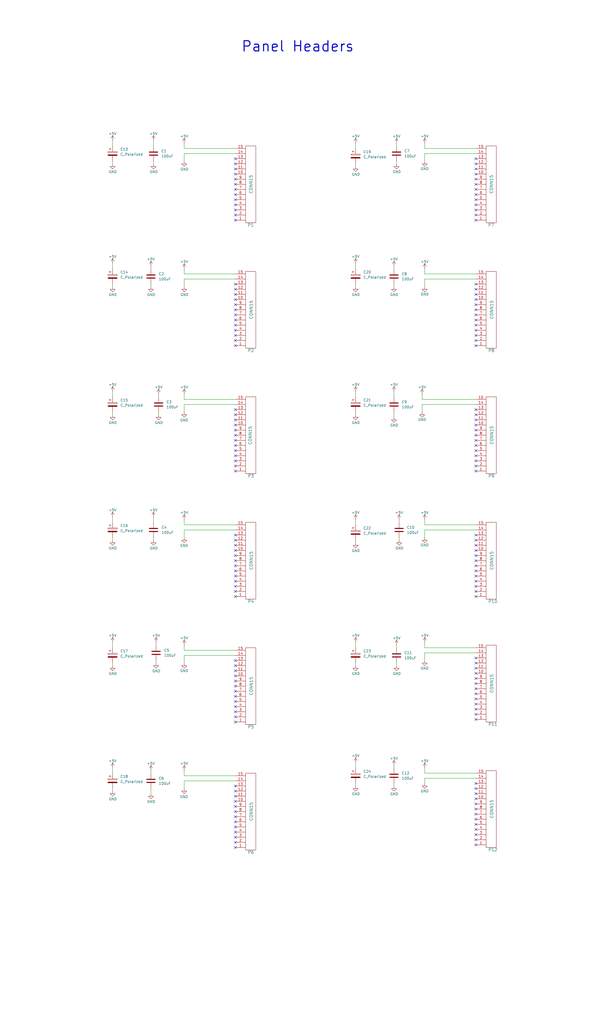
<source format=kicad_sch>
(kicad_sch (version 20231120) (generator "eeschema") (generator_version "8.0")
  (paper "User" 304.8 508)
  (title_block (title "12-12 Teensy G4.1 Arena Top Modular LED Display") (date "2024-12-23") (rev "v0.3") (company "IORodeo for Reiserlab @ Janelia"))
  (lib_symbols
    (symbol "Device:C" (pin_numbers hide) (pin_names (offset 0.254))
      (property "Reference" "C" (at 0.635 2.54 0))
      (property "Value" "C" (at 0.635 -2.54 0))
      (symbol "C_0_1"
        (polyline (pts (xy -2.032 -0.762) (xy 2.032 -0.762)) (stroke (width 0.508)))
        (polyline (pts (xy -2.032 0.762) (xy 2.032 0.762)) (stroke (width 0.508)))
      )
      (symbol "C_1_1"
        (pin passive line (at 0 3.81 270) (length 2.794) (name "~") (number "1"))
        (pin passive line (at 0 -3.81 90) (length 2.794) (name "~") (number "2"))
      )
    )
    (symbol "Device:C_Polarized" (pin_numbers hide) (pin_names (offset 0.254))
      (property "Reference" "C" (at 0.635 2.54 0))
      (property "Value" "C_Polarized" (at 0.635 -2.54 0))
      (symbol "C_Polarized_0_1"
        (rectangle (start -2.286 0.508) (end 2.286 1.016))
        (polyline (pts (xy -1.778 2.286) (xy -0.762 2.286)))
        (polyline (pts (xy -1.27 2.794) (xy -1.27 1.778)))
        (rectangle (start 2.286 -0.508) (end -2.286 -1.016) (fill (type outline)))
      )
      (symbol "C_Polarized_1_1"
        (pin passive line (at 0 3.81 270) (length 2.794) (name "~") (number "1"))
        (pin passive line (at 0 -3.81 90) (length 2.794) (name "~") (number "2"))
      )
    )
    (symbol "arena_custom:CONN15" (pin_names (offset 1.016))
      (property "Reference" "P" (at -17.78 6.35 0))
      (property "Value" "CONN15" (at 13.97 6.35 0))
      (symbol "CONN15_0_1"
        (rectangle (start -19.05 5.08) (end 19.05 0))
      )
      (symbol "CONN15_1_1"
        (pin passive line (at -17.78 -5.08 90) (length 5.08) (name "~") (number "1"))
        (pin passive line (at 5.08 -5.08 90) (length 5.08) (name "~") (number "10"))
        (pin passive line (at 7.62 -5.08 90) (length 5.08) (name "~") (number "11"))
        (pin passive line (at 10.16 -5.08 90) (length 5.08) (name "~") (number "12"))
        (pin passive line (at 12.7 -5.08 90) (length 5.08) (name "~") (number "13"))
        (pin passive line (at 15.24 -5.08 90) (length 5.08) (name "~") (number "14"))
        (pin passive line (at 17.78 -5.08 90) (length 5.08) (name "~") (number "15"))
        (pin passive line (at -15.24 -5.08 90) (length 5.08) (name "~") (number "2"))
        (pin passive line (at -12.7 -5.08 90) (length 5.08) (name "~") (number "3"))
        (pin passive line (at -10.16 -5.08 90) (length 5.08) (name "~") (number "4"))
        (pin passive line (at -7.62 -5.08 90) (length 5.08) (name "~") (number "5"))
        (pin passive line (at -5.08 -5.08 90) (length 5.08) (name "~") (number "6"))
        (pin passive line (at -2.54 -5.08 90) (length 5.08) (name "~") (number "7"))
        (pin passive line (at 0 -5.08 90) (length 5.08) (name "~") (number "8"))
        (pin passive line (at 2.54 -5.08 90) (length 5.08) (name "~") (number "9"))
      )
    )
    (symbol "power:+5V" (power) (pin_names (offset 0))
      (property "Value" "+5V" (at 0 3.556 0))
      (symbol "+5V_0_1"
        (polyline (pts (xy -0.762 1.27) (xy 0 2.54)))
        (polyline (pts (xy 0 0) (xy 0 2.54)))
        (polyline (pts (xy 0 2.54) (xy 0.762 1.27)))
      )
      (symbol "+5V_1_1"
        (pin power_in line (at 0 0 90) (length 0) hide (name "+5V") (number "1"))
      )
    )
    (symbol "power:GND" (power) (pin_names (offset 0))
      (property "Value" "GND" (at 0 -3.81 0))
      (symbol "GND_0_1"
        (polyline (pts (xy 0 0) (xy 0 -1.27) (xy 1.27 -1.27) (xy 0 -2.54) (xy -1.27 -1.27) (xy 0 -1.27)))
      )
      (symbol "GND_1_1"
        (pin power_in line (at 0 0 270) (length 0) hide (name "GND") (number "1"))
      )
    )
  )
  (bus_alias "PAN3V" (members "RESET" "SCK_0" "MOSI_0" "MISO_0" "SCK_1" "MOSI_1" "MISO_1" "CS_00" "CS_01" "CS_02" "CS_03" "CS_04" "CS_05" "CS_06" "CS_07" "CS_08" "CS_09" "CS_10" "CS_11" "CS_12" "CS_13" "CS_14" "CS_15" "CS_16" "CS_17" "CS_18" "CS_19" "CS_20" "CS_21" "CS_22" "CS_23" "CS_24" "CS_25" "CS_26" "CS_27" "CS_28" "CS_29" "EXT_INT"))
  (bus_alias "PAN5V" (members "SCK_0_P1" "SCK_0_P2" "SCK_0_P3" "SCK_0_P4" "SCK_0_P5" "SCK_0_P5" "SCK_0_P6" "MOSI_0_P1" "MOSI_0_P2" "MOSI_0_P3" "MOSI_0_P4" "MOSI_0_P5" "MOSI_0_P6" "SCK_1_P7" "SCK_1_P8" "SCK_1_P9" "SCK_1_P10" "SCK_1_P11" "SCK_1_P12" "MOSI_1_P7" "MOSI_1_P8" "MOSI_1_P9" "MOSI_1_P10" "MOSI_1_P11" "MOSI_1_P12" "CS_00_P1" "CS_00_P7" "CS_01_P1" "CS_01_P7" "CS_02_P1" "CS_02_P7" "CS_03_P1" "CS_03_P7" "CS_04_P1" "CS_04_P7" "CS_05_P2" "CS_05_P8" "CS_06_P2" "CS_06_P8" "CS_07_P2" "CS_07_P8" "CS_08_P2" "CS_08_P8" "CS_09_P2" "CS_09_P8" "CS_10_P3" "CS_10_P9" "CS_11_P3" "CS_11_P9" "CS_12_P3" "CS_12_P9" "CS_13_P3" "CS_13_P9" "CS_14_P3" "CS_14_P9" "CS_15_P4" "CS_15_P10" "CS_16_P4" "CS_16_P10" "CS_17_P4" "CS_17_P10" "CS_18_P4" "CS_18_P10" "CS_19_P4" "CS_19_P10" "CS_20_P5" "CS_20_P11" "CS_21_P5" "CS_21_P11" "CS_22_P5" "CS_22_P11" "CS_23_P5" "CS_23_P11" "CS_24_P5" "CS_24_P11" "CS_25_P6" "CS_25_P12" "CS_26_P6" "CS_26_P12" "CS_27_P6" "CS_27_P12" "CS_28_P6" "CS_28_P12" "CS_29_P6" "CS_29_P12" "MISO_0" "MISO_1" "RESET" "EXT_INT"))
  (no_connect (at 236.22 208.28))
  (no_connect (at 116.84 140.97))
  (no_connect (at 236.22 267.97))
  (no_connect (at 116.84 78.74))
  (no_connect (at 116.84 101.6))
  (no_connect (at 116.84 358.14))
  (no_connect (at 236.22 153.67))
  (no_connect (at 236.22 393.7))
  (no_connect (at 236.22 403.86))
  (no_connect (at 116.84 389.89))
  (no_connect (at 116.84 267.97))
  (no_connect (at 236.22 326.39))
  (no_connect (at 116.84 412.75))
  (no_connect (at 116.84 153.67))
  (no_connect (at 236.22 354.33))
  (no_connect (at 236.22 93.98))
  (no_connect (at 236.22 109.22))
  (no_connect (at 236.22 213.36))
  (no_connect (at 116.84 148.59))
  (no_connect (at 116.84 273.05))
  (no_connect (at 116.84 213.36))
  (no_connect (at 116.84 392.43))
  (no_connect (at 116.84 96.52))
  (no_connect (at 116.84 106.68))
  (no_connect (at 236.22 163.83))
  (no_connect (at 116.84 283.21))
  (no_connect (at 236.22 215.9))
  (no_connect (at 236.22 280.67))
  (no_connect (at 236.22 143.51))
  (no_connect (at 116.84 275.59))
  (no_connect (at 236.22 166.37))
  (no_connect (at 116.84 353.06))
  (no_connect (at 236.22 346.71))
  (no_connect (at 116.84 158.75))
  (no_connect (at 236.22 293.37))
  (no_connect (at 116.84 143.51))
  (no_connect (at 116.84 171.45))
  (no_connect (at 116.84 290.83))
  (no_connect (at 236.22 275.59))
  (no_connect (at 116.84 91.44))
  (no_connect (at 236.22 88.9))
  (no_connect (at 116.84 265.43))
  (no_connect (at 236.22 78.74))
  (no_connect (at 116.84 231.14))
  (no_connect (at 116.84 228.6))
  (no_connect (at 116.84 86.36))
  (no_connect (at 116.84 203.2))
  (no_connect (at 116.84 280.67))
  (no_connect (at 116.84 109.22))
  (no_connect (at 116.84 270.51))
  (no_connect (at 236.22 265.43))
  (no_connect (at 236.22 210.82))
  (no_connect (at 116.84 93.98))
  (no_connect (at 116.84 210.82))
  (no_connect (at 116.84 394.97))
  (no_connect (at 236.22 148.59))
  (no_connect (at 116.84 146.05))
  (no_connect (at 116.84 350.52))
  (no_connect (at 116.84 168.91))
  (no_connect (at 236.22 388.62))
  (no_connect (at 236.22 414.02))
  (no_connect (at 116.84 226.06))
  (no_connect (at 236.22 290.83))
  (no_connect (at 116.84 99.06))
  (no_connect (at 236.22 146.05))
  (no_connect (at 236.22 96.52))
  (no_connect (at 236.22 99.06))
  (no_connect (at 116.84 278.13))
  (no_connect (at 236.22 356.87))
  (no_connect (at 116.84 288.29))
  (no_connect (at 236.22 288.29))
  (no_connect (at 116.84 340.36))
  (no_connect (at 116.84 295.91))
  (no_connect (at 116.84 208.28))
  (no_connect (at 236.22 83.82))
  (no_connect (at 116.84 327.66))
  (no_connect (at 236.22 231.14))
  (no_connect (at 236.22 158.75))
  (no_connect (at 236.22 273.05))
  (no_connect (at 236.22 398.78))
  (no_connect (at 236.22 411.48))
  (no_connect (at 116.84 81.28))
  (no_connect (at 116.84 83.82))
  (no_connect (at 116.84 420.37))
  (no_connect (at 116.84 400.05))
  (no_connect (at 236.22 331.47))
  (no_connect (at 236.22 205.74))
  (no_connect (at 236.22 328.93))
  (no_connect (at 236.22 140.97))
  (no_connect (at 116.84 104.14))
  (no_connect (at 116.84 205.74))
  (no_connect (at 236.22 104.14))
  (no_connect (at 236.22 295.91))
  (no_connect (at 116.84 163.83))
  (no_connect (at 236.22 334.01))
  (no_connect (at 116.84 293.37))
  (no_connect (at 116.84 397.51))
  (no_connect (at 236.22 416.56))
  (no_connect (at 236.22 171.45))
  (no_connect (at 236.22 339.09))
  (no_connect (at 116.84 345.44))
  (no_connect (at 236.22 203.2))
  (no_connect (at 236.22 161.29))
  (no_connect (at 236.22 401.32))
  (no_connect (at 116.84 405.13))
  (no_connect (at 116.84 347.98))
  (no_connect (at 236.22 106.68))
  (no_connect (at 236.22 226.06))
  (no_connect (at 116.84 332.74))
  (no_connect (at 116.84 335.28))
  (no_connect (at 116.84 415.29))
  (no_connect (at 236.22 408.94))
  (no_connect (at 116.84 161.29))
  (no_connect (at 116.84 330.2))
  (no_connect (at 236.22 419.1))
  (no_connect (at 236.22 396.24))
  (no_connect (at 236.22 86.36))
  (no_connect (at 236.22 391.16))
  (no_connect (at 116.84 220.98))
  (no_connect (at 236.22 228.6))
  (no_connect (at 236.22 233.68))
  (no_connect (at 116.84 223.52))
  (no_connect (at 236.22 218.44))
  (no_connect (at 236.22 220.98))
  (no_connect (at 116.84 285.75))
  (no_connect (at 116.84 410.21))
  (no_connect (at 236.22 351.79))
  (no_connect (at 116.84 218.44))
  (no_connect (at 236.22 101.6))
  (no_connect (at 116.84 407.67))
  (no_connect (at 116.84 337.82))
  (no_connect (at 236.22 151.13))
  (no_connect (at 236.22 336.55))
  (no_connect (at 116.84 156.21))
  (no_connect (at 236.22 349.25))
  (no_connect (at 116.84 417.83))
  (no_connect (at 116.84 233.68))
  (no_connect (at 236.22 406.4))
  (no_connect (at 236.22 223.52))
  (no_connect (at 116.84 215.9))
  (no_connect (at 116.84 342.9))
  (no_connect (at 116.84 151.13))
  (no_connect (at 116.84 402.59))
  (no_connect (at 236.22 91.44))
  (no_connect (at 236.22 278.13))
  (no_connect (at 236.22 341.63))
  (no_connect (at 236.22 283.21))
  (no_connect (at 116.84 166.37))
  (no_connect (at 236.22 156.21))
  (no_connect (at 236.22 81.28))
  (no_connect (at 116.84 88.9))
  (no_connect (at 236.22 168.91))
  (no_connect (at 236.22 344.17))
  (no_connect (at 236.22 270.51))
  (no_connect (at 236.22 285.75))
  (no_connect (at 116.84 355.6))
  (wire (pts (xy 198.12 257.81) (xy 198.12 259.08)))
  (wire (pts (xy 176.53 257.81) (xy 176.53 260.35)))
  (wire (pts (xy 210.82 386.08) (xy 236.22 386.08)))
  (wire (pts (xy 91.44 384.81) (xy 116.84 384.81)))
  (wire (pts (xy 210.82 323.85) (xy 210.82 327.66)))
  (wire (pts (xy 91.44 195.58) (xy 91.44 198.12)))
  (wire (pts (xy 195.58 142.24) (xy 195.58 140.97)))
  (wire (pts (xy 91.44 325.12) (xy 91.44 328.93)))
  (wire (pts (xy 91.44 262.89) (xy 91.44 266.7)))
  (wire (pts (xy 55.88 381) (xy 55.88 383.54)))
  (wire (pts (xy 91.44 198.12) (xy 116.84 198.12)))
  (wire (pts (xy 55.88 318.77) (xy 55.88 321.31)))
  (wire (pts (xy 91.44 322.58) (xy 116.84 322.58)))
  (wire (pts (xy 91.44 320.04) (xy 91.44 322.58)))
  (wire (pts (xy 91.44 387.35) (xy 116.84 387.35)))
  (wire (pts (xy 176.53 130.81) (xy 176.53 133.35)))
  (wire (pts (xy 196.85 320.04) (xy 196.85 321.31)))
  (wire (pts (xy 209.55 195.58) (xy 209.55 198.12)))
  (wire (pts (xy 76.2 80.01) (xy 76.2 81.28)))
  (wire (pts (xy 209.55 200.66) (xy 209.55 204.47)))
  (wire (pts (xy 91.44 382.27) (xy 91.44 384.81)))
  (wire (pts (xy 91.44 260.35) (xy 116.84 260.35)))
  (wire (pts (xy 55.88 328.93) (xy 55.88 330.2)))
  (wire (pts (xy 91.44 133.35) (xy 91.44 135.89)))
  (wire (pts (xy 176.53 388.62) (xy 176.53 389.89)))
  (wire (pts (xy 196.85 80.01) (xy 196.85 81.28)))
  (wire (pts (xy 55.88 130.81) (xy 55.88 133.35)))
  (wire (pts (xy 210.82 71.12) (xy 210.82 73.66)))
  (wire (pts (xy 91.44 200.66) (xy 116.84 200.66)))
  (wire (pts (xy 74.93 391.16) (xy 74.93 393.7)))
  (wire (pts (xy 176.53 318.77) (xy 176.53 321.31)))
  (wire (pts (xy 76.2 69.85) (xy 76.2 72.39)))
  (polyline (pts (xy 202.057 388.366) (xy 202.057 388.493)))
  (wire (pts (xy 176.53 81.28) (xy 176.53 82.55)))
  (wire (pts (xy 198.12 266.7) (xy 198.12 267.97)))
  (wire (pts (xy 196.85 328.93) (xy 196.85 330.2)))
  (wire (pts (xy 195.58 379.73) (xy 195.58 381)))
  (wire (pts (xy 55.88 140.97) (xy 55.88 142.24)))
  (wire (pts (xy 74.93 382.27) (xy 74.93 383.54)))
  (wire (pts (xy 210.82 138.43) (xy 236.22 138.43)))
  (wire (pts (xy 210.82 257.81) (xy 210.82 260.35)))
  (wire (pts (xy 210.82 73.66) (xy 236.22 73.66)))
  (wire (pts (xy 91.44 73.66) (xy 116.84 73.66)))
  (wire (pts (xy 176.53 71.12) (xy 176.53 73.66)))
  (wire (pts (xy 91.44 262.89) (xy 116.84 262.89)))
  (wire (pts (xy 209.55 200.66) (xy 236.22 200.66)))
  (wire (pts (xy 78.74 195.58) (xy 78.74 196.85)))
  (wire (pts (xy 210.82 321.31) (xy 236.22 321.31)))
  (wire (pts (xy 210.82 260.35) (xy 236.22 260.35)))
  (wire (pts (xy 91.44 138.43) (xy 116.84 138.43)))
  (wire (pts (xy 55.88 266.7) (xy 55.88 267.97)))
  (wire (pts (xy 210.82 386.08) (xy 210.82 388.62)))
  (wire (pts (xy 210.82 262.89) (xy 210.82 266.7)))
  (wire (pts (xy 78.74 204.47) (xy 78.74 205.74)))
  (wire (pts (xy 210.82 262.89) (xy 236.22 262.89)))
  (wire (pts (xy 77.47 318.77) (xy 77.47 320.04)))
  (wire (pts (xy 55.88 256.54) (xy 55.88 259.08)))
  (wire (pts (xy 209.55 198.12) (xy 236.22 198.12)))
  (wire (pts (xy 91.44 257.81) (xy 91.44 260.35)))
  (wire (pts (xy 210.82 76.2) (xy 210.82 80.01)))
  (wire (pts (xy 210.82 323.85) (xy 236.22 323.85)))
  (wire (pts (xy 55.88 80.01) (xy 55.88 81.28)))
  (wire (pts (xy 176.53 267.97) (xy 176.53 269.24)))
  (wire (pts (xy 210.82 135.89) (xy 236.22 135.89)))
  (wire (pts (xy 210.82 383.54) (xy 236.22 383.54)))
  (wire (pts (xy 195.58 204.47) (xy 195.58 207.01)))
  (wire (pts (xy 74.93 132.08) (xy 74.93 133.35)))
  (wire (pts (xy 176.53 328.93) (xy 176.53 330.2)))
  (wire (pts (xy 195.58 194.31) (xy 195.58 196.85)))
  (wire (pts (xy 210.82 138.43) (xy 210.82 142.24)))
  (wire (pts (xy 91.44 387.35) (xy 91.44 391.16)))
  (wire (pts (xy 76.2 256.54) (xy 76.2 259.08)))
  (wire (pts (xy 91.44 200.66) (xy 91.44 204.47)))
  (wire (pts (xy 91.44 76.2) (xy 91.44 80.01)))
  (wire (pts (xy 210.82 318.77) (xy 210.82 321.31)))
  (wire (pts (xy 176.53 140.97) (xy 176.53 142.24)))
  (wire (pts (xy 91.44 76.2) (xy 116.84 76.2)))
  (wire (pts (xy 195.58 132.08) (xy 195.58 133.35)))
  (wire (pts (xy 210.82 133.35) (xy 210.82 135.89)))
  (wire (pts (xy 176.53 194.31) (xy 176.53 196.85)))
  (wire (pts (xy 91.44 138.43) (xy 91.44 142.24)))
  (wire (pts (xy 76.2 266.7) (xy 76.2 267.97)))
  (wire (pts (xy 210.82 76.2) (xy 236.22 76.2)))
  (wire (pts (xy 77.47 327.66) (xy 77.47 328.93)))
  (wire (pts (xy 74.93 140.97) (xy 74.93 142.24)))
  (wire (pts (xy 196.85 71.12) (xy 196.85 72.39)))
  (wire (pts (xy 210.82 381) (xy 210.82 383.54)))
  (wire (pts (xy 91.44 135.89) (xy 116.84 135.89)))
  (wire (pts (xy 91.44 325.12) (xy 116.84 325.12)))
  (wire (pts (xy 91.44 71.12) (xy 91.44 73.66)))
  (wire (pts (xy 55.88 194.31) (xy 55.88 196.85)))
  (wire (pts (xy 55.88 391.16) (xy 55.88 392.43)))
  (wire (pts (xy 55.88 204.47) (xy 55.88 205.74)))
  (wire (pts (xy 195.58 388.62) (xy 195.58 389.89)))
  (wire (pts (xy 55.88 69.85) (xy 55.88 72.39)))
  (wire (pts (xy 176.53 378.46) (xy 176.53 381)))
  (wire (pts (xy 176.53 204.47) (xy 176.53 205.74)))
  (text "Panel Headers" (at 119.634 26.162 0) (effects (font (size 5.08 5.08) (thickness 0.508) (bold yes)) (justify left bottom)))
  (symbol (lib_id "power:GND") (at 210.82 80.01 0) (unit 1)
    (property "Reference" "#PWR044" (effects (hide yes)))
    (property "Value" "GND" (at 210.82 83.693 0))
  )
  (symbol (lib_id "power:+5V") (at 91.44 382.27 0) (unit 1)
    (property "Reference" "#PWR038" (effects (hide yes)))
    (property "Value" "+5V" (at 91.44 378.714 0))
  )
  (symbol (lib_id "Device:C") (at 195.58 137.16 0) (unit 1)
    (property "Reference" "C8" (at 199.39 135.8899 0) (effects (justify left)))
    (property "Value" "100uF" (at 199.39 138.4299 0) (effects (justify left)))
    (property "Footprint" "Capacitor_SMD:C_1210_3225Metric" (effects (hide yes)))
    (property "Datasheet" "https://www.lcsc.com/datasheet/lcsc_datasheet_2403201122_Chinocera-HGC1210R5107M160NSVK_C7432790.pdf" (effects (hide yes)))
    (property "LCSC Part #" "C7432790" (effects (hide yes)))
    (property "MPN" "HGC1210R5107M160NSVK" (effects (hide yes)))
  )
  (symbol (lib_id "arena_custom:CONN15") (at 121.92 340.36 270) (mirror x) (unit 1)
    (property "Reference" "P5" (at 122.936 360.553 90) (effects (font (size 1.524 1.524)) (justify left)))
    (property "Value" "CONN15" (at 124.714 345.059 0) (effects (font (size 1.524 1.524)) (justify left)))
    (property "Footprint" "arena_custom:HEADER_TOP" (effects (hide yes)))
    (property "Datasheet" "https://www.lcsc.com/datasheet/lcsc_datasheet_2311221544_Megastar-ZX-PZ2-54-1-15PZZ_C7501269.pdf" (effects (hide yes)))
    (property "DigiKey PN" "S1011EC-40-ND" (effects (hide yes)))
    (property "LCSC Part #" "C7501269" (effects (hide yes)))
    (property "MPN" "PRPC040SAAN-RC" (effects (hide yes)))
  )
  (symbol (lib_id "power:+5V") (at 55.88 318.77 0) (unit 1)
    (property "Reference" "#PWR017" (effects (hide yes)))
    (property "Value" "+5V" (at 55.88 315.214 0))
  )
  (symbol (lib_id "Device:C_Polarized") (at 55.88 76.2 0) (unit 1)
    (property "Reference" "C13" (at 59.69 74.0409 0) (effects (justify left)))
    (property "Value" "C_Polarized" (at 59.69 76.5809 0) (effects (justify left)))
    (property "Footprint" "Capacitor_THT:CP_Radial_D8.0mm_P2.50mm" (effects (hide yes)))
    (property "Datasheet" "https://octopart.com/datasheet/16yxf100mefc6.3x11-rubycon-19941780" (effects (hide yes)))
    (property "Description" "Polarized capacitor" (effects (hide yes)))
    (property "DigiKey PN" "1189-1856-ND" (effects (hide yes)))
    (property "LCSC Part #" " C338173" (effects (hide yes)))
    (property "MPN" "16YXF100MEFC6.3X11" (effects (hide yes)))
  )
  (symbol (lib_id "power:GND") (at 91.44 142.24 0) (unit 1)
    (property "Reference" "#PWR051" (effects (hide yes)))
    (property "Value" "GND" (at 91.567 146.177 0))
  )
  (symbol (lib_id "power:GND") (at 74.93 393.7 0) (unit 1)
    (property "Reference" "#PWR090" (effects (hide yes)))
    (property "Value" "GND" (at 75.057 397.637 0))
  )
  (symbol (lib_id "Device:C_Polarized") (at 55.88 200.66 0) (unit 1)
    (property "Reference" "C15" (at 59.69 198.5009 0) (effects (justify left)))
    (property "Value" "C_Polarized" (at 59.69 201.0409 0) (effects (justify left)))
    (property "Footprint" "Capacitor_THT:CP_Radial_D8.0mm_P2.50mm" (effects (hide yes)))
    (property "Datasheet" "https://octopart.com/datasheet/16yxf100mefc6.3x11-rubycon-19941780" (effects (hide yes)))
    (property "Description" "Polarized capacitor" (effects (hide yes)))
    (property "DigiKey PN" "1189-1856-ND" (effects (hide yes)))
    (property "LCSC Part #" " C338173" (effects (hide yes)))
    (property "MPN" "16YXF100MEFC6.3X11" (effects (hide yes)))
  )
  (symbol (lib_id "power:+5V") (at 55.88 381 0) (unit 1)
    (property "Reference" "#PWR019" (effects (hide yes)))
    (property "Value" "+5V" (at 55.88 377.444 0))
  )
  (symbol (lib_id "Device:C") (at 198.12 262.89 0) (unit 1)
    (property "Reference" "C10" (at 201.93 261.6199 0) (effects (justify left)))
    (property "Value" "100uF" (at 201.93 264.1599 0) (effects (justify left)))
    (property "Footprint" "Capacitor_SMD:C_1210_3225Metric" (effects (hide yes)))
    (property "Datasheet" "https://www.lcsc.com/datasheet/lcsc_datasheet_2403201122_Chinocera-HGC1210R5107M160NSVK_C7432790.pdf" (effects (hide yes)))
    (property "LCSC Part #" "C7432790" (effects (hide yes)))
    (property "MPN" "HGC1210R5107M160NSVK" (effects (hide yes)))
  )
  (symbol (lib_id "power:GND") (at 195.58 142.24 0) (unit 1)
    (property "Reference" "#PWR094" (effects (hide yes)))
    (property "Value" "GND" (at 195.707 146.177 0))
  )
  (symbol (lib_id "Device:C") (at 76.2 76.2 0) (unit 1)
    (property "Reference" "C1" (at 80.01 74.9299 0) (effects (justify left)))
    (property "Value" "100uF" (at 80.01 77.4699 0) (effects (justify left)))
    (property "Footprint" "Capacitor_SMD:C_1210_3225Metric" (effects (hide yes)))
    (property "Datasheet" "https://www.lcsc.com/datasheet/lcsc_datasheet_2403201122_Chinocera-HGC1210R5107M160NSVK_C7432790.pdf" (effects (hide yes)))
    (property "LCSC Part #" "C7432790" (effects (hide yes)))
    (property "MPN" "HGC1210R5107M160NSVK" (effects (hide yes)))
  )
  (symbol (lib_id "power:+5V") (at 195.58 132.08 0) (unit 1)
    (property "Reference" "#PWR093" (effects (hide yes)))
    (property "Value" "+5V" (at 195.58 128.524 0))
  )
  (symbol (lib_id "power:+5V") (at 176.53 130.81 0) (unit 1)
    (property "Reference" "#PWR027" (effects (hide yes)))
    (property "Value" "+5V" (at 176.53 127.254 0))
  )
  (symbol (lib_id "power:GND") (at 196.85 81.28 0) (unit 1)
    (property "Reference" "#PWR092" (effects (hide yes)))
    (property "Value" "GND" (at 196.977 85.217 0))
  )
  (symbol (lib_id "Device:C_Polarized") (at 55.88 137.16 0) (unit 1)
    (property "Reference" "C14" (at 59.69 135.0009 0) (effects (justify left)))
    (property "Value" "C_Polarized" (at 59.69 137.5409 0) (effects (justify left)))
    (property "Footprint" "Capacitor_THT:CP_Radial_D8.0mm_P2.50mm" (effects (hide yes)))
    (property "Datasheet" "https://octopart.com/datasheet/16yxf100mefc6.3x11-rubycon-19941780" (effects (hide yes)))
    (property "Description" "Polarized capacitor" (effects (hide yes)))
    (property "DigiKey PN" "1189-1856-ND" (effects (hide yes)))
    (property "LCSC Part #" " C338173" (effects (hide yes)))
    (property "MPN" "16YXF100MEFC6.3X11" (effects (hide yes)))
  )
  (symbol (lib_id "Device:C_Polarized") (at 176.53 325.12 0) (unit 1)
    (property "Reference" "C23" (at 180.34 322.9609 0) (effects (justify left)))
    (property "Value" "C_Polarized" (at 180.34 325.5009 0) (effects (justify left)))
    (property "Footprint" "Capacitor_THT:CP_Radial_D8.0mm_P2.50mm" (effects (hide yes)))
    (property "Datasheet" "https://octopart.com/datasheet/16yxf100mefc6.3x11-rubycon-19941780" (effects (hide yes)))
    (property "Description" "Polarized capacitor" (effects (hide yes)))
    (property "DigiKey PN" "1189-1856-ND" (effects (hide yes)))
    (property "LCSC Part #" " C338173" (effects (hide yes)))
    (property "MPN" "16YXF100MEFC6.3X11" (effects (hide yes)))
  )
  (symbol (lib_id "power:GND") (at 91.44 391.16 0) (unit 1)
    (property "Reference" "#PWR059" (effects (hide yes)))
    (property "Value" "GND" (at 91.313 395.224 0))
  )
  (symbol (lib_id "arena_custom:CONN15") (at 121.92 278.13 270) (mirror x) (unit 1)
    (property "Reference" "P4" (at 122.936 298.323 90) (effects (font (size 1.524 1.524)) (justify left)))
    (property "Value" "CONN15" (at 124.714 282.829 0) (effects (font (size 1.524 1.524)) (justify left)))
    (property "Footprint" "arena_custom:HEADER_TOP" (effects (hide yes)))
    (property "Datasheet" "https://www.lcsc.com/datasheet/lcsc_datasheet_2311221544_Megastar-ZX-PZ2-54-1-15PZZ_C7501269.pdf" (effects (hide yes)))
    (property "DigiKey PN" "S1011EC-40-ND" (effects (hide yes)))
    (property "LCSC Part #" "C7501269" (effects (hide yes)))
    (property "MPN" "PRPC040SAAN-RC" (effects (hide yes)))
  )
  (symbol (lib_id "Device:C_Polarized") (at 176.53 77.47 0) (unit 1)
    (property "Reference" "C19" (at 180.34 75.3109 0) (effects (justify left)))
    (property "Value" "C_Polarized" (at 180.34 77.8509 0) (effects (justify left)))
    (property "Footprint" "Capacitor_THT:CP_Radial_D8.0mm_P2.50mm" (effects (hide yes)))
    (property "Datasheet" "https://octopart.com/datasheet/16yxf100mefc6.3x11-rubycon-19941780" (effects (hide yes)))
    (property "Description" "Polarized capacitor" (effects (hide yes)))
    (property "DigiKey PN" "1189-1856-ND" (effects (hide yes)))
    (property "LCSC Part #" " C338173" (effects (hide yes)))
    (property "MPN" "16YXF100MEFC6.3X11" (effects (hide yes)))
  )
  (symbol (lib_id "power:GND") (at 74.93 142.24 0) (unit 1)
    (property "Reference" "#PWR082" (effects (hide yes)))
    (property "Value" "GND" (at 75.057 146.177 0))
  )
  (symbol (lib_id "power:GND") (at 91.44 266.7 0) (unit 1)
    (property "Reference" "#PWR055" (effects (hide yes)))
    (property "Value" "GND" (at 91.44 270.637 0))
  )
  (symbol (lib_id "power:+5V") (at 210.82 381 0) (unit 1)
    (property "Reference" "#PWR058" (effects (hide yes)))
    (property "Value" "+5V" (at 210.82 377.444 0))
  )
  (symbol (lib_id "power:+5V") (at 91.44 71.12 0) (unit 1)
    (property "Reference" "#PWR02" (effects (hide yes)))
    (property "Value" "+5V" (at 91.44 67.564 0))
  )
  (symbol (lib_id "power:+5V") (at 210.82 71.12 0) (unit 1)
    (property "Reference" "#PWR078" (effects (hide yes)))
    (property "Value" "+5V" (at 210.82 67.564 0))
  )
  (symbol (lib_id "power:+5V") (at 77.47 318.77 0) (unit 1)
    (property "Reference" "#PWR087" (effects (hide yes)))
    (property "Value" "+5V" (at 77.47 315.214 0))
  )
  (symbol (lib_id "arena_custom:CONN15") (at 241.3 339.09 270) (mirror x) (unit 1)
    (property "Reference" "P11" (at 242.316 359.283 90) (effects (font (size 1.524 1.524)) (justify left)))
    (property "Value" "CONN15" (at 244.094 343.789 0) (effects (font (size 1.524 1.524)) (justify left)))
    (property "Footprint" "arena_custom:HEADER_TOP" (effects (hide yes)))
    (property "Datasheet" "https://www.lcsc.com/datasheet/lcsc_datasheet_2311221544_Megastar-ZX-PZ2-54-1-15PZZ_C7501269.pdf" (effects (hide yes)))
    (property "DigiKey PN" "S1011EC-40-ND" (effects (hide yes)))
    (property "LCSC Part #" "C7501269" (effects (hide yes)))
    (property "MPN" "PRPC040SAAN-RC" (effects (hide yes)))
  )
  (symbol (lib_id "power:GND") (at 55.88 205.74 0) (unit 1)
    (property "Reference" "#PWR014" (effects (hide yes)))
    (property "Value" "GND" (at 56.007 209.677 0))
  )
  (symbol (lib_id "Device:C") (at 76.2 262.89 0) (unit 1)
    (property "Reference" "C4" (at 80.137 261.6199 0) (effects (justify left)))
    (property "Value" "100uF" (at 80.137 264.1599 0) (effects (justify left)))
    (property "Footprint" "Capacitor_SMD:C_1210_3225Metric" (effects (hide yes)))
    (property "Datasheet" "https://www.lcsc.com/datasheet/lcsc_datasheet_2403201122_Chinocera-HGC1210R5107M160NSVK_C7432790.pdf" (effects (hide yes)))
    (property "LCSC Part #" "C7432790" (effects (hide yes)))
    (property "MPN" "HGC1210R5107M160NSVK" (effects (hide yes)))
  )
  (symbol (lib_id "Device:C") (at 195.58 200.66 0) (unit 1)
    (property "Reference" "C9" (at 199.39 199.3899 0) (effects (justify left)))
    (property "Value" "100uF" (at 199.39 201.9299 0) (effects (justify left)))
    (property "Footprint" "Capacitor_SMD:C_1210_3225Metric" (effects (hide yes)))
    (property "Datasheet" "https://www.lcsc.com/datasheet/lcsc_datasheet_2403201122_Chinocera-HGC1210R5107M160NSVK_C7432790.pdf" (effects (hide yes)))
    (property "LCSC Part #" "C7432790" (effects (hide yes)))
    (property "MPN" "HGC1210R5107M160NSVK" (effects (hide yes)))
  )
  (symbol (lib_id "power:GND") (at 55.88 392.43 0) (unit 1)
    (property "Reference" "#PWR020" (effects (hide yes)))
    (property "Value" "GND" (at 56.007 396.367 0))
  )
  (symbol (lib_id "Device:C_Polarized") (at 176.53 200.66 0) (unit 1)
    (property "Reference" "C21" (at 180.34 198.5009 0) (effects (justify left)))
    (property "Value" "C_Polarized" (at 180.34 201.0409 0) (effects (justify left)))
    (property "Footprint" "Capacitor_THT:CP_Radial_D8.0mm_P2.50mm" (effects (hide yes)))
    (property "Datasheet" "https://octopart.com/datasheet/16yxf100mefc6.3x11-rubycon-19941780" (effects (hide yes)))
    (property "Description" "Polarized capacitor" (effects (hide yes)))
    (property "DigiKey PN" "1189-1856-ND" (effects (hide yes)))
    (property "LCSC Part #" " C338173" (effects (hide yes)))
    (property "MPN" "16YXF100MEFC6.3X11" (effects (hide yes)))
  )
  (symbol (lib_id "power:GND") (at 210.82 327.66 0) (unit 1)
    (property "Reference" "#PWR048" (effects (hide yes)))
    (property "Value" "GND" (at 210.82 331.47 0))
  )
  (symbol (lib_id "power:GND") (at 195.58 207.01 0) (unit 1)
    (property "Reference" "#PWR096" (effects (hide yes)))
    (property "Value" "GND" (at 195.707 210.947 0))
  )
  (symbol (lib_id "power:GND") (at 77.47 328.93 0) (unit 1)
    (property "Reference" "#PWR088" (effects (hide yes)))
    (property "Value" "GND" (at 77.597 332.867 0))
  )
  (symbol (lib_id "power:GND") (at 210.82 266.7 0) (unit 1)
    (property "Reference" "#PWR047" (effects (hide yes)))
    (property "Value" "GND" (at 210.82 270.383 0))
  )
  (symbol (lib_id "Device:C") (at 78.74 200.66 0) (unit 1)
    (property "Reference" "C3" (at 82.55 199.3899 0) (effects (justify left)))
    (property "Value" "100uF" (at 82.55 201.9299 0) (effects (justify left)))
    (property "Footprint" "Capacitor_SMD:C_1210_3225Metric" (effects (hide yes)))
    (property "Datasheet" "https://www.lcsc.com/datasheet/lcsc_datasheet_2403201122_Chinocera-HGC1210R5107M160NSVK_C7432790.pdf" (effects (hide yes)))
    (property "LCSC Part #" "C7432790" (effects (hide yes)))
    (property "MPN" "HGC1210R5107M160NSVK" (effects (hide yes)))
  )
  (symbol (lib_id "power:+5V") (at 196.85 71.12 0) (unit 1)
    (property "Reference" "#PWR091" (effects (hide yes)))
    (property "Value" "+5V" (at 196.85 67.564 0))
  )
  (symbol (lib_id "power:GND") (at 198.12 267.97 0) (unit 1)
    (property "Reference" "#PWR098" (effects (hide yes)))
    (property "Value" "GND" (at 198.247 271.907 0))
  )
  (symbol (lib_id "power:GND") (at 76.2 81.28 0) (unit 1)
    (property "Reference" "#PWR080" (effects (hide yes)))
    (property "Value" "GND" (at 76.327 85.217 0))
  )
  (symbol (lib_id "power:+5V") (at 198.12 257.81 0) (unit 1)
    (property "Reference" "#PWR097" (effects (hide yes)))
    (property "Value" "+5V" (at 198.12 254.254 0))
  )
  (symbol (lib_id "power:GND") (at 55.88 81.28 0) (unit 1)
    (property "Reference" "#PWR05" (effects (hide yes)))
    (property "Value" "GND" (at 56.007 85.217 0))
  )
  (symbol (lib_id "power:+5V") (at 195.58 379.73 0) (unit 1)
    (property "Reference" "#PWR0101" (effects (hide yes)))
    (property "Value" "+5V" (at 195.58 376.174 0))
  )
  (symbol (lib_id "arena_custom:CONN15") (at 241.3 215.9 270) (mirror x) (unit 1)
    (property "Reference" "P9" (at 242.316 236.093 90) (effects (font (size 1.524 1.524)) (justify left)))
    (property "Value" "CONN15" (at 244.094 220.599 0) (effects (font (size 1.524 1.524)) (justify left)))
    (property "Footprint" "arena_custom:HEADER_TOP" (effects (hide yes)))
    (property "Datasheet" "https://www.lcsc.com/datasheet/lcsc_datasheet_2311221544_Megastar-ZX-PZ2-54-1-15PZZ_C7501269.pdf" (effects (hide yes)))
    (property "DigiKey PN" "S1011EC-40-ND" (effects (hide yes)))
    (property "LCSC Part #" "C7501269" (effects (hide yes)))
    (property "MPN" "PRPC040SAAN-RC" (effects (hide yes)))
  )
  (symbol (lib_id "power:+5V") (at 195.58 194.31 0) (unit 1)
    (property "Reference" "#PWR095" (effects (hide yes)))
    (property "Value" "+5V" (at 195.58 190.754 0))
  )
  (symbol (lib_id "Device:C") (at 74.93 387.35 0) (unit 1)
    (property "Reference" "C6" (at 78.74 386.0799 0) (effects (justify left)))
    (property "Value" "100uF" (at 78.74 388.6199 0) (effects (justify left)))
    (property "Footprint" "Capacitor_SMD:C_1210_3225Metric" (effects (hide yes)))
    (property "Datasheet" "https://www.lcsc.com/datasheet/lcsc_datasheet_2403201122_Chinocera-HGC1210R5107M160NSVK_C7432790.pdf" (effects (hide yes)))
    (property "LCSC Part #" "C7432790" (effects (hide yes)))
    (property "MPN" "HGC1210R5107M160NSVK" (effects (hide yes)))
  )
  (symbol (lib_id "arena_custom:CONN15") (at 121.92 402.59 270) (mirror x) (unit 1)
    (property "Reference" "P6" (at 122.936 422.783 90) (effects (font (size 1.524 1.524)) (justify left)))
    (property "Value" "CONN15" (at 124.714 407.289 0) (effects (font (size 1.524 1.524)) (justify left)))
    (property "Footprint" "arena_custom:HEADER_TOP" (effects (hide yes)))
    (property "Datasheet" "https://www.lcsc.com/datasheet/lcsc_datasheet_2311221544_Megastar-ZX-PZ2-54-1-15PZZ_C7501269.pdf" (effects (hide yes)))
    (property "DigiKey PN" "S1011EC-40-ND" (effects (hide yes)))
    (property "LCSC Part #" "C7501269" (effects (hide yes)))
    (property "MPN" "PRPC040SAAN-RC" (effects (hide yes)))
  )
  (symbol (lib_id "power:GND") (at 55.88 330.2 0) (unit 1)
    (property "Reference" "#PWR018" (effects (hide yes)))
    (property "Value" "GND" (at 56.007 334.137 0))
  )
  (symbol (lib_id "power:GND") (at 91.44 328.93 0) (unit 1)
    (property "Reference" "#PWR057" (effects (hide yes)))
    (property "Value" "GND" (at 91.44 332.74 0))
  )
  (symbol (lib_id "Device:C_Polarized") (at 176.53 137.16 0) (unit 1)
    (property "Reference" "C20" (at 180.34 135.0009 0) (effects (justify left)))
    (property "Value" "C_Polarized" (at 180.34 137.5409 0) (effects (justify left)))
    (property "Footprint" "Capacitor_THT:CP_Radial_D8.0mm_P2.50mm" (effects (hide yes)))
    (property "Datasheet" "https://octopart.com/datasheet/16yxf100mefc6.3x11-rubycon-19941780" (effects (hide yes)))
    (property "Description" "Polarized capacitor" (effects (hide yes)))
    (property "DigiKey PN" "1189-1856-ND" (effects (hide yes)))
    (property "LCSC Part #" " C338173" (effects (hide yes)))
    (property "MPN" "16YXF100MEFC6.3X11" (effects (hide yes)))
  )
  (symbol (lib_id "power:+5V") (at 76.2 256.54 0) (unit 1)
    (property "Reference" "#PWR085" (effects (hide yes)))
    (property "Value" "+5V" (at 76.2 252.984 0))
  )
  (symbol (lib_id "arena_custom:CONN15") (at 241.3 401.32 270) (mirror x) (unit 1)
    (property "Reference" "P12" (at 242.316 421.513 90) (effects (font (size 1.524 1.524)) (justify left)))
    (property "Value" "CONN15" (at 244.094 406.019 0) (effects (font (size 1.524 1.524)) (justify left)))
    (property "Footprint" "arena_custom:HEADER_TOP" (effects (hide yes)))
    (property "Datasheet" "https://www.lcsc.com/datasheet/lcsc_datasheet_2311221544_Megastar-ZX-PZ2-54-1-15PZZ_C7501269.pdf" (effects (hide yes)))
    (property "DigiKey PN" "S1011EC-40-ND" (effects (hide yes)))
    (property "LCSC Part #" "C7501269" (effects (hide yes)))
    (property "MPN" "PRPC040SAAN-RC" (effects (hide yes)))
  )
  (symbol (lib_id "power:+5V") (at 74.93 132.08 0) (unit 1)
    (property "Reference" "#PWR081" (effects (hide yes)))
    (property "Value" "+5V" (at 74.93 128.524 0))
  )
  (symbol (lib_id "arena_custom:CONN15") (at 121.92 91.44 270) (mirror x) (unit 1)
    (property "Reference" "P1" (at 122.809 111.633 90) (effects (font (size 1.524 1.524)) (justify left)))
    (property "Value" "CONN15" (at 124.587 96.139 0) (effects (font (size 1.524 1.524)) (justify left)))
    (property "Footprint" "arena_custom:HEADER_TOP" (effects (hide yes)))
    (property "Datasheet" "https://www.lcsc.com/datasheet/lcsc_datasheet_2311221544_Megastar-ZX-PZ2-54-1-15PZZ_C7501269.pdf" (effects (hide yes)))
    (property "DigiKey PN" "S1011EC-40-ND" (effects (hide yes)))
    (property "LCSC Part #" "C7501269" (effects (hide yes)))
    (property "MPN" "PRPC040SAAN-RC" (effects (hide yes)))
  )
  (symbol (lib_id "Device:C") (at 74.93 137.16 0) (unit 1)
    (property "Reference" "C2" (at 78.74 135.8899 0) (effects (justify left)))
    (property "Value" "100uF" (at 78.74 138.4299 0) (effects (justify left)))
    (property "Footprint" "Capacitor_SMD:C_1210_3225Metric" (effects (hide yes)))
    (property "Datasheet" "https://www.lcsc.com/datasheet/lcsc_datasheet_2403201122_Chinocera-HGC1210R5107M160NSVK_C7432790.pdf" (effects (hide yes)))
    (property "LCSC Part #" "C7432790" (effects (hide yes)))
    (property "MPN" "HGC1210R5107M160NSVK" (effects (hide yes)))
  )
  (symbol (lib_id "power:GND") (at 55.88 142.24 0) (unit 1)
    (property "Reference" "#PWR07" (effects (hide yes)))
    (property "Value" "GND" (at 56.007 146.177 0))
  )
  (symbol (lib_id "power:+5V") (at 91.44 133.35 0) (unit 1)
    (property "Reference" "#PWR021" (effects (hide yes)))
    (property "Value" "+5V" (at 91.44 129.794 0))
  )
  (symbol (lib_id "arena_custom:CONN15") (at 241.3 153.67 270) (mirror x) (unit 1)
    (property "Reference" "P8" (at 242.316 173.863 90) (effects (font (size 1.524 1.524)) (justify left)))
    (property "Value" "CONN15" (at 244.094 158.369 0) (effects (font (size 1.524 1.524)) (justify left)))
    (property "Footprint" "arena_custom:HEADER_TOP" (effects (hide yes)))
    (property "Datasheet" "https://www.lcsc.com/datasheet/lcsc_datasheet_2311221544_Megastar-ZX-PZ2-54-1-15PZZ_C7501269.pdf" (effects (hide yes)))
    (property "DigiKey PN" "S1011EC-40-ND" (effects (hide yes)))
    (property "LCSC Part #" "C7501269" (effects (hide yes)))
    (property "MPN" "PRPC040SAAN-RC" (effects (hide yes)))
  )
  (symbol (lib_id "power:+5V") (at 55.88 194.31 0) (unit 1)
    (property "Reference" "#PWR012" (effects (hide yes)))
    (property "Value" "+5V" (at 55.88 190.754 0))
  )
  (symbol (lib_id "Device:C") (at 196.85 76.2 0) (unit 1)
    (property "Reference" "C7" (at 200.66 74.9299 0) (effects (justify left)))
    (property "Value" "100uF" (at 200.66 77.4699 0) (effects (justify left)))
    (property "Footprint" "Capacitor_SMD:C_1210_3225Metric" (effects (hide yes)))
    (property "Datasheet" "https://www.lcsc.com/datasheet/lcsc_datasheet_2403201122_Chinocera-HGC1210R5107M160NSVK_C7432790.pdf" (effects (hide yes)))
    (property "LCSC Part #" "C7432790" (effects (hide yes)))
    (property "MPN" "HGC1210R5107M160NSVK" (effects (hide yes)))
  )
  (symbol (lib_id "power:GND") (at 176.53 82.55 0) (unit 1)
    (property "Reference" "#PWR026" (effects (hide yes)))
    (property "Value" "GND" (at 176.657 86.487 0))
  )
  (symbol (lib_id "power:GND") (at 210.82 142.24 0) (unit 1)
    (property "Reference" "#PWR045" (effects (hide yes)))
    (property "Value" "GND" (at 210.82 145.923 0))
  )
  (symbol (lib_id "power:GND") (at 91.44 204.47 0) (unit 1)
    (property "Reference" "#PWR053" (effects (hide yes)))
    (property "Value" "GND" (at 91.44 208.407 0))
  )
  (symbol (lib_id "Device:C_Polarized") (at 55.88 387.35 0) (unit 1)
    (property "Reference" "C18" (at 59.69 385.1909 0) (effects (justify left)))
    (property "Value" "C_Polarized" (at 59.69 387.7309 0) (effects (justify left)))
    (property "Footprint" "Capacitor_THT:CP_Radial_D8.0mm_P2.50mm" (effects (hide yes)))
    (property "Datasheet" "https://octopart.com/datasheet/16yxf100mefc6.3x11-rubycon-19941780" (effects (hide yes)))
    (property "Description" "Polarized capacitor" (effects (hide yes)))
    (property "DigiKey PN" "1189-1856-ND" (effects (hide yes)))
    (property "LCSC Part #" " C338173" (effects (hide yes)))
    (property "MPN" "16YXF100MEFC6.3X11" (effects (hide yes)))
  )
  (symbol (lib_id "power:+5V") (at 210.82 257.81 0) (unit 1)
    (property "Reference" "#PWR054" (effects (hide yes)))
    (property "Value" "+5V" (at 210.82 254.254 0))
  )
  (symbol (lib_id "power:+5V") (at 176.53 257.81 0) (unit 1)
    (property "Reference" "#PWR031" (effects (hide yes)))
    (property "Value" "+5V" (at 176.53 254.254 0))
  )
  (symbol (lib_id "power:+5V") (at 210.82 318.77 0) (unit 1)
    (property "Reference" "#PWR056" (effects (hide yes)))
    (property "Value" "+5V" (at 210.82 315.214 0))
  )
  (symbol (lib_id "power:+5V") (at 176.53 71.12 0) (unit 1)
    (property "Reference" "#PWR025" (effects (hide yes)))
    (property "Value" "+5V" (at 176.53 67.564 0))
  )
  (symbol (lib_id "arena_custom:CONN15") (at 121.92 215.9 270) (mirror x) (unit 1)
    (property "Reference" "P3" (at 122.936 236.093 90) (effects (font (size 1.524 1.524)) (justify left)))
    (property "Value" "CONN15" (at 124.206 220.726 0) (effects (font (size 1.524 1.524)) (justify left)))
    (property "Footprint" "arena_custom:HEADER_TOP" (effects (hide yes)))
    (property "Datasheet" "https://www.lcsc.com/datasheet/lcsc_datasheet_2311221544_Megastar-ZX-PZ2-54-1-15PZZ_C7501269.pdf" (effects (hide yes)))
    (property "DigiKey PN" "S1011EC-40-ND" (effects (hide yes)))
    (property "LCSC Part #" "C7501269" (effects (hide yes)))
    (property "MPN" "PRPC040SAAN-RC" (effects (hide yes)))
  )
  (symbol (lib_id "Device:C") (at 195.58 384.81 0) (unit 1)
    (property "Reference" "C12" (at 199.39 383.5399 0) (effects (justify left)))
    (property "Value" "100uF" (at 199.39 386.0799 0) (effects (justify left)))
    (property "Footprint" "Capacitor_SMD:C_1210_3225Metric" (effects (hide yes)))
    (property "Datasheet" "https://www.lcsc.com/datasheet/lcsc_datasheet_2403201122_Chinocera-HGC1210R5107M160NSVK_C7432790.pdf" (effects (hide yes)))
    (property "LCSC Part #" "C7432790" (effects (hide yes)))
    (property "MPN" "HGC1210R5107M160NSVK" (effects (hide yes)))
  )
  (symbol (lib_id "power:GND") (at 176.53 142.24 0) (unit 1)
    (property "Reference" "#PWR028" (effects (hide yes)))
    (property "Value" "GND" (at 176.657 146.177 0))
  )
  (symbol (lib_id "power:+5V") (at 176.53 194.31 0) (unit 1)
    (property "Reference" "#PWR029" (effects (hide yes)))
    (property "Value" "+5V" (at 176.53 190.754 0))
  )
  (symbol (lib_id "power:GND") (at 176.53 205.74 0) (unit 1)
    (property "Reference" "#PWR030" (effects (hide yes)))
    (property "Value" "GND" (at 176.657 209.677 0))
  )
  (symbol (lib_id "power:+5V") (at 210.82 133.35 0) (unit 1)
    (property "Reference" "#PWR050" (effects (hide yes)))
    (property "Value" "+5V" (at 210.82 129.794 0))
  )
  (symbol (lib_id "power:+5V") (at 55.88 69.85 0) (unit 1)
    (property "Reference" "#PWR01" (effects (hide yes)))
    (property "Value" "+5V" (at 55.88 66.294 0))
  )
  (symbol (lib_id "power:+5V") (at 91.44 320.04 0) (unit 1)
    (property "Reference" "#PWR024" (effects (hide yes)))
    (property "Value" "+5V" (at 91.44 316.484 0))
  )
  (symbol (lib_id "power:+5V") (at 176.53 318.77 0) (unit 1)
    (property "Reference" "#PWR033" (effects (hide yes)))
    (property "Value" "+5V" (at 176.53 315.214 0))
  )
  (symbol (lib_id "power:GND") (at 176.53 330.2 0) (unit 1)
    (property "Reference" "#PWR034" (effects (hide yes)))
    (property "Value" "GND" (at 176.657 334.137 0))
  )
  (symbol (lib_id "power:GND") (at 176.53 269.24 0) (unit 1)
    (property "Reference" "#PWR032" (effects (hide yes)))
    (property "Value" "GND" (at 176.657 273.177 0))
  )
  (symbol (lib_id "power:+5V") (at 196.85 320.04 0) (unit 1)
    (property "Reference" "#PWR099" (effects (hide yes)))
    (property "Value" "+5V" (at 196.85 316.484 0))
  )
  (symbol (lib_id "Device:C_Polarized") (at 55.88 262.89 0) (unit 1)
    (property "Reference" "C16" (at 59.69 260.7309 0) (effects (justify left)))
    (property "Value" "C_Polarized" (at 59.69 263.2709 0) (effects (justify left)))
    (property "Footprint" "Capacitor_THT:CP_Radial_D8.0mm_P2.50mm" (effects (hide yes)))
    (property "Datasheet" "https://octopart.com/datasheet/16yxf100mefc6.3x11-rubycon-19941780" (effects (hide yes)))
    (property "Description" "Polarized capacitor" (effects (hide yes)))
    (property "DigiKey PN" "1189-1856-ND" (effects (hide yes)))
    (property "LCSC Part #" " C338173" (effects (hide yes)))
    (property "MPN" "16YXF100MEFC6.3X11" (effects (hide yes)))
  )
  (symbol (lib_id "arena_custom:CONN15") (at 121.92 153.67 270) (mirror x) (unit 1)
    (property "Reference" "P2" (at 122.936 173.863 90) (effects (font (size 1.524 1.524)) (justify left)))
    (property "Value" "CONN15" (at 124.714 158.369 0) (effects (font (size 1.524 1.524)) (justify left)))
    (property "Footprint" "arena_custom:HEADER_TOP" (effects (hide yes)))
    (property "Datasheet" "https://www.lcsc.com/datasheet/lcsc_datasheet_2311221544_Megastar-ZX-PZ2-54-1-15PZZ_C7501269.pdf" (effects (hide yes)))
    (property "DigiKey PN" "S1011EC-40-ND" (effects (hide yes)))
    (property "LCSC Part #" "C7501269" (effects (hide yes)))
    (property "MPN" "PRPC040SAAN-RC" (effects (hide yes)))
  )
  (symbol (lib_id "power:GND") (at 55.88 267.97 0) (unit 1)
    (property "Reference" "#PWR016" (effects (hide yes)))
    (property "Value" "GND" (at 56.007 271.907 0))
  )
  (symbol (lib_id "power:+5V") (at 91.44 195.58 0) (unit 1)
    (property "Reference" "#PWR022" (effects (hide yes)))
    (property "Value" "+5V" (at 91.44 192.024 0))
  )
  (symbol (lib_id "power:+5V") (at 55.88 130.81 0) (unit 1)
    (property "Reference" "#PWR06" (effects (hide yes)))
    (property "Value" "+5V" (at 55.88 127.254 0))
  )
  (symbol (lib_id "power:+5V") (at 209.55 195.58 0) (unit 1)
    (property "Reference" "#PWR052" (effects (hide yes)))
    (property "Value" "+5V" (at 209.55 192.024 0))
  )
  (symbol (lib_id "power:GND") (at 91.44 80.01 0) (unit 1)
    (property "Reference" "#PWR03" (effects (hide yes)))
    (property "Value" "GND" (at 91.567 83.947 0))
  )
  (symbol (lib_id "power:GND") (at 78.74 205.74 0) (unit 1)
    (property "Reference" "#PWR084" (effects (hide yes)))
    (property "Value" "GND" (at 78.867 209.677 0))
  )
  (symbol (lib_id "Device:C_Polarized") (at 176.53 384.81 0) (unit 1)
    (property "Reference" "C24" (at 180.34 382.6509 0) (effects (justify left)))
    (property "Value" "C_Polarized" (at 180.34 385.1909 0) (effects (justify left)))
    (property "Footprint" "Capacitor_THT:CP_Radial_D8.0mm_P2.50mm" (effects (hide yes)))
    (property "Datasheet" "https://octopart.com/datasheet/16yxf100mefc6.3x11-rubycon-19941780" (effects (hide yes)))
    (property "Description" "Polarized capacitor" (effects (hide yes)))
    (property "DigiKey PN" "1189-1856-ND" (effects (hide yes)))
    (property "LCSC Part #" " C338173" (effects (hide yes)))
    (property "MPN" "16YXF100MEFC6.3X11" (effects (hide yes)))
  )
  (symbol (lib_id "Device:C") (at 196.85 325.12 0) (unit 1)
    (property "Reference" "C11" (at 200.66 323.8499 0) (effects (justify left)))
    (property "Value" "100uF" (at 200.66 326.3899 0) (effects (justify left)))
    (property "Footprint" "Capacitor_SMD:C_1210_3225Metric" (effects (hide yes)))
    (property "Datasheet" "https://www.lcsc.com/datasheet/lcsc_datasheet_2403201122_Chinocera-HGC1210R5107M160NSVK_C7432790.pdf" (effects (hide yes)))
    (property "LCSC Part #" "C7432790" (effects (hide yes)))
    (property "MPN" "HGC1210R5107M160NSVK" (effects (hide yes)))
  )
  (symbol (lib_id "power:GND") (at 176.53 389.89 0) (unit 1)
    (property "Reference" "#PWR036" (effects (hide yes)))
    (property "Value" "GND" (at 176.657 393.827 0))
  )
  (symbol (lib_id "arena_custom:CONN15") (at 241.3 91.44 270) (mirror x) (unit 1)
    (property "Reference" "P7" (at 242.189 111.633 90) (effects (font (size 1.524 1.524)) (justify left)))
    (property "Value" "CONN15" (at 243.967 96.139 0) (effects (font (size 1.524 1.524)) (justify left)))
    (property "Footprint" "arena_custom:HEADER_TOP" (effects (hide yes)))
    (property "Datasheet" "https://www.lcsc.com/datasheet/lcsc_datasheet_2311221544_Megastar-ZX-PZ2-54-1-15PZZ_C7501269.pdf" (effects (hide yes)))
    (property "DigiKey PN" "S1011EC-40-ND" (effects (hide yes)))
    (property "LCSC Part #" "C7501269" (effects (hide yes)))
    (property "MPN" "PRPC040SAAN-RC" (effects (hide yes)))
  )
  (symbol (lib_id "power:+5V") (at 91.44 257.81 0) (unit 1)
    (property "Reference" "#PWR023" (effects (hide yes)))
    (property "Value" "+5V" (at 91.44 254.254 0))
  )
  (symbol (lib_id "power:+5V") (at 74.93 382.27 0) (unit 1)
    (property "Reference" "#PWR089" (effects (hide yes)))
    (property "Value" "+5V" (at 74.93 378.714 0))
  )
  (symbol (lib_id "power:GND") (at 210.82 388.62 0) (unit 1)
    (property "Reference" "#PWR049" (effects (hide yes)))
    (property "Value" "GND" (at 210.82 392.43 0))
  )
  (symbol (lib_id "power:+5V") (at 78.74 195.58 0) (unit 1)
    (property "Reference" "#PWR083" (effects (hide yes)))
    (property "Value" "+5V" (at 78.74 192.024 0))
  )
  (symbol (lib_id "arena_custom:CONN15") (at 241.3 278.13 270) (mirror x) (unit 1)
    (property "Reference" "P10" (at 242.316 298.323 90) (effects (font (size 1.524 1.524)) (justify left)))
    (property "Value" "CONN15" (at 244.094 282.829 0) (effects (font (size 1.524 1.524)) (justify left)))
    (property "Footprint" "arena_custom:HEADER_TOP" (effects (hide yes)))
    (property "Datasheet" "https://www.lcsc.com/datasheet/lcsc_datasheet_2311221544_Megastar-ZX-PZ2-54-1-15PZZ_C7501269.pdf" (effects (hide yes)))
    (property "DigiKey PN" "S1011EC-40-ND" (effects (hide yes)))
    (property "LCSC Part #" "C7501269" (effects (hide yes)))
    (property "MPN" "PRPC040SAAN-RC" (effects (hide yes)))
  )
  (symbol (lib_id "Device:C_Polarized") (at 55.88 325.12 0) (unit 1)
    (property "Reference" "C17" (at 59.69 322.9609 0) (effects (justify left)))
    (property "Value" "C_Polarized" (at 59.69 325.5009 0) (effects (justify left)))
    (property "Footprint" "Capacitor_THT:CP_Radial_D8.0mm_P2.50mm" (effects (hide yes)))
    (property "Datasheet" "https://octopart.com/datasheet/16yxf100mefc6.3x11-rubycon-19941780" (effects (hide yes)))
    (property "Description" "Polarized capacitor" (effects (hide yes)))
    (property "DigiKey PN" "1189-1856-ND" (effects (hide yes)))
    (property "LCSC Part #" " C338173" (effects (hide yes)))
    (property "MPN" "16YXF100MEFC6.3X11" (effects (hide yes)))
  )
  (symbol (lib_id "power:GND") (at 195.58 389.89 0) (unit 1)
    (property "Reference" "#PWR0102" (effects (hide yes)))
    (property "Value" "GND" (at 195.707 393.827 0))
  )
  (symbol (lib_id "power:GND") (at 209.55 204.47 0) (unit 1)
    (property "Reference" "#PWR046" (effects (hide yes)))
    (property "Value" "GND" (at 209.55 208.153 0))
  )
  (symbol (lib_id "Device:C_Polarized") (at 176.53 264.16 0) (unit 1)
    (property "Reference" "C22" (at 180.34 262.0009 0) (effects (justify left)))
    (property "Value" "C_Polarized" (at 180.34 264.5409 0) (effects (justify left)))
    (property "Footprint" "Capacitor_THT:CP_Radial_D8.0mm_P2.50mm" (effects (hide yes)))
    (property "Datasheet" "https://octopart.com/datasheet/16yxf100mefc6.3x11-rubycon-19941780" (effects (hide yes)))
    (property "Description" "Polarized capacitor" (effects (hide yes)))
    (property "DigiKey PN" "1189-1856-ND" (effects (hide yes)))
    (property "LCSC Part #" " C338173" (effects (hide yes)))
    (property "MPN" "16YXF100MEFC6.3X11" (effects (hide yes)))
  )
  (symbol (lib_id "power:GND") (at 76.2 267.97 0) (unit 1)
    (property "Reference" "#PWR086" (effects (hide yes)))
    (property "Value" "GND" (at 76.327 271.907 0))
  )
  (symbol (lib_id "Device:C") (at 77.47 323.85 0) (unit 1)
    (property "Reference" "C5" (at 81.407 322.5799 0) (effects (justify left)))
    (property "Value" "100uF" (at 81.407 325.1199 0) (effects (justify left)))
    (property "Footprint" "Capacitor_SMD:C_1210_3225Metric" (effects (hide yes)))
    (property "Datasheet" "https://www.lcsc.com/datasheet/lcsc_datasheet_2403201122_Chinocera-HGC1210R5107M160NSVK_C7432790.pdf" (effects (hide yes)))
    (property "LCSC Part #" "C7432790" (effects (hide yes)))
    (property "MPN" "HGC1210R5107M160NSVK" (effects (hide yes)))
  )
  (symbol (lib_id "power:GND") (at 196.85 330.2 0) (unit 1)
    (property "Reference" "#PWR0100" (effects (hide yes)))
    (property "Value" "GND" (at 196.977 334.137 0))
  )
  (symbol (lib_id "power:+5V") (at 176.53 378.46 0) (unit 1)
    (property "Reference" "#PWR035" (effects (hide yes)))
    (property "Value" "+5V" (at 176.53 374.904 0))
  )
  (symbol (lib_id "power:+5V") (at 76.2 69.85 0) (unit 1)
    (property "Reference" "#PWR079" (effects (hide yes)))
    (property "Value" "+5V" (at 76.2 66.294 0))
  )
  (symbol (lib_id "power:+5V") (at 55.88 256.54 0) (unit 1)
    (property "Reference" "#PWR015" (effects (hide yes)))
    (property "Value" "+5V" (at 55.88 252.984 0))
  )
)
</source>
